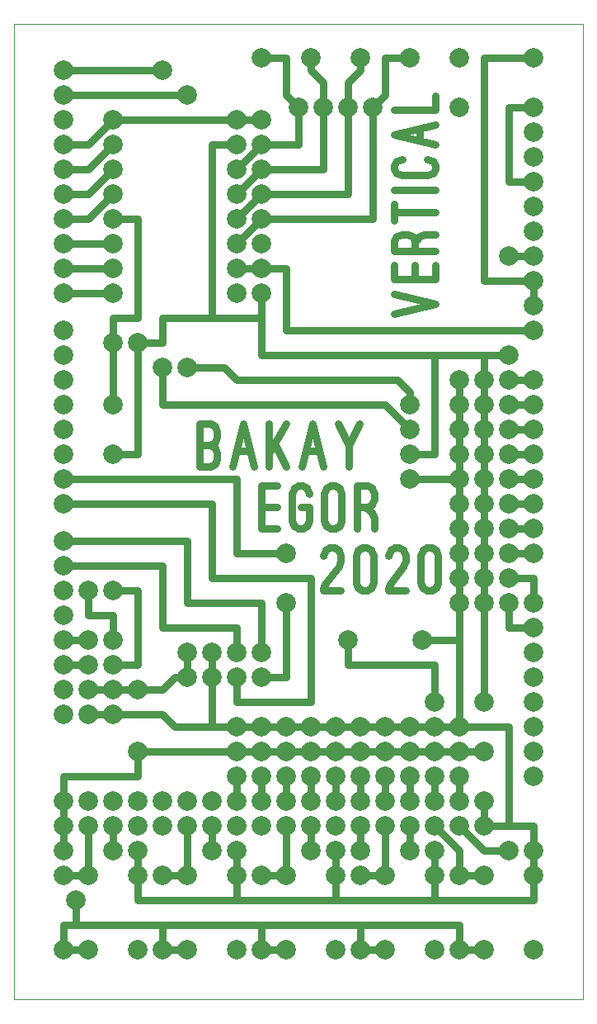
<source format=gbr>
%FSLAX34Y34*%
%MOMM*%
%LNSILK_TOP*%
G71*
G01*
%ADD10C, 0.00*%
%ADD11C, 2.00*%
%ADD12C, 0.80*%
%ADD13C, 0.79*%
%ADD14C, 0.75*%
%LPD*%
G54D10*
X0Y1000000D02*
X-584200Y1000000D01*
X-584200Y0D01*
X0Y0D01*
X0Y1000000D01*
X-76200Y635000D02*
G54D11*
D03*
X-76200Y609600D02*
G54D11*
D03*
X-76200Y584200D02*
G54D11*
D03*
X-76200Y558800D02*
G54D11*
D03*
X-76200Y533400D02*
G54D11*
D03*
X-76200Y508000D02*
G54D11*
D03*
X-76200Y482600D02*
G54D11*
D03*
X-76200Y457200D02*
G54D11*
D03*
X-76200Y431800D02*
G54D11*
D03*
X-76200Y406400D02*
G54D11*
D03*
X-101600Y406400D02*
G54D11*
D03*
X-127000Y406400D02*
G54D11*
D03*
X-127000Y431800D02*
G54D11*
D03*
X-101600Y431800D02*
G54D11*
D03*
X-101600Y457201D02*
G54D11*
D03*
X-127000Y457200D02*
G54D11*
D03*
X-127000Y482600D02*
G54D11*
D03*
X-101600Y482600D02*
G54D11*
D03*
X-101600Y508000D02*
G54D11*
D03*
X-127000Y508000D02*
G54D11*
D03*
X-127000Y533400D02*
G54D11*
D03*
X-101600Y533400D02*
G54D11*
D03*
X-101600Y558800D02*
G54D11*
D03*
X-127000Y558800D02*
G54D11*
D03*
X-127000Y584200D02*
G54D11*
D03*
X-101600Y584201D02*
G54D11*
D03*
X-101600Y609600D02*
G54D11*
D03*
X-127000Y609600D02*
G54D11*
D03*
X-127000Y635000D02*
G54D11*
D03*
X-101600Y635000D02*
G54D11*
D03*
X-50800Y889000D02*
G54D11*
D03*
X-50800Y863600D02*
G54D11*
D03*
X-50800Y838200D02*
G54D11*
D03*
X-50800Y812800D02*
G54D11*
D03*
X-50800Y787400D02*
G54D11*
D03*
X-50800Y762000D02*
G54D11*
D03*
X-50800Y736600D02*
G54D11*
D03*
X-50800Y711200D02*
G54D11*
D03*
X-50800Y685800D02*
G54D11*
D03*
X-50800Y635000D02*
G54D11*
D03*
X-50800Y609600D02*
G54D11*
D03*
X-50800Y584200D02*
G54D11*
D03*
X-50800Y558800D02*
G54D11*
D03*
X-50800Y533400D02*
G54D11*
D03*
X-50800Y508000D02*
G54D11*
D03*
X-533400Y508000D02*
G54D11*
D03*
X-533400Y533400D02*
G54D11*
D03*
X-533400Y558800D02*
G54D11*
D03*
X-533400Y584200D02*
G54D11*
D03*
X-533400Y609600D02*
G54D11*
D03*
X-533400Y635000D02*
G54D11*
D03*
X-533400Y660400D02*
G54D11*
D03*
X-533400Y685800D02*
G54D11*
D03*
X-533400Y723900D02*
G54D11*
D03*
X-533400Y749300D02*
G54D11*
D03*
X-533400Y774700D02*
G54D11*
D03*
X-533400Y800100D02*
G54D11*
D03*
X-533400Y825500D02*
G54D11*
D03*
X-533400Y850900D02*
G54D11*
D03*
X-533400Y876300D02*
G54D11*
D03*
X-533400Y901700D02*
G54D11*
D03*
X-533400Y927100D02*
G54D11*
D03*
X-533400Y952500D02*
G54D11*
D03*
X-50800Y482600D02*
G54D11*
D03*
X-50800Y457200D02*
G54D11*
D03*
X-533400Y292100D02*
G54D11*
D03*
X-533400Y317500D02*
G54D11*
D03*
X-533400Y342900D02*
G54D11*
D03*
X-533400Y368300D02*
G54D11*
D03*
X-533400Y393700D02*
G54D11*
D03*
X-533400Y419100D02*
G54D11*
D03*
X-533400Y444500D02*
G54D11*
D03*
X-533400Y469900D02*
G54D11*
D03*
X-50800Y406400D02*
G54D11*
D03*
X-50800Y381000D02*
G54D11*
D03*
X-50800Y355600D02*
G54D11*
D03*
X-50800Y330200D02*
G54D11*
D03*
X-50800Y304800D02*
G54D11*
D03*
X-50800Y279400D02*
G54D11*
D03*
X-50800Y254000D02*
G54D11*
D03*
X-50800Y228600D02*
G54D11*
D03*
X-101600Y203200D02*
G54D11*
D03*
X-101600Y177800D02*
G54D11*
D03*
X-533400Y203200D02*
G54D11*
D03*
X-533400Y177800D02*
G54D11*
D03*
X-508000Y177800D02*
G54D11*
D03*
X-482600Y177800D02*
G54D11*
D03*
X-457200Y177800D02*
G54D11*
D03*
X-431800Y177800D02*
G54D11*
D03*
X-406400Y177800D02*
G54D11*
D03*
X-381000Y177800D02*
G54D11*
D03*
X-355600Y177800D02*
G54D11*
D03*
X-330200Y177800D02*
G54D11*
D03*
X-304800Y177800D02*
G54D11*
D03*
X-279400Y177800D02*
G54D11*
D03*
X-254000Y177800D02*
G54D11*
D03*
X-228600Y177800D02*
G54D11*
D03*
X-203200Y177800D02*
G54D11*
D03*
X-177800Y177800D02*
G54D11*
D03*
X-152400Y177800D02*
G54D11*
D03*
X-127000Y177800D02*
G54D11*
D03*
X-127000Y203200D02*
G54D11*
D03*
X-152400Y203200D02*
G54D11*
D03*
X-177800Y203200D02*
G54D11*
D03*
X-203200Y203200D02*
G54D11*
D03*
X-228600Y203200D02*
G54D11*
D03*
X-254000Y203200D02*
G54D11*
D03*
X-279400Y203200D02*
G54D11*
D03*
X-304800Y203200D02*
G54D11*
D03*
X-330200Y203200D02*
G54D11*
D03*
X-355600Y203200D02*
G54D11*
D03*
X-381000Y203200D02*
G54D11*
D03*
X-406400Y203200D02*
G54D11*
D03*
X-431800Y203200D02*
G54D11*
D03*
X-457200Y203200D02*
G54D11*
D03*
X-482600Y203200D02*
G54D11*
D03*
X-508000Y203200D02*
G54D11*
D03*
G54D12*
X-101600Y635000D02*
X-101600Y406400D01*
G54D12*
X-127000Y406400D02*
X-127000Y635000D01*
X-127000Y228600D02*
G54D11*
D03*
X-152400Y228600D02*
G54D11*
D03*
X-177800Y228600D02*
G54D11*
D03*
X-203200Y228600D02*
G54D11*
D03*
X-228600Y228600D02*
G54D11*
D03*
X-254000Y228600D02*
G54D11*
D03*
X-279400Y228600D02*
G54D11*
D03*
X-304800Y228600D02*
G54D11*
D03*
X-330200Y228600D02*
G54D11*
D03*
X-355600Y228600D02*
G54D11*
D03*
X-355600Y254000D02*
G54D11*
D03*
X-355600Y279400D02*
G54D11*
D03*
X-330200Y279400D02*
G54D11*
D03*
X-330200Y254000D02*
G54D11*
D03*
X-304800Y254000D02*
G54D11*
D03*
X-304800Y279400D02*
G54D11*
D03*
X-279400Y279400D02*
G54D11*
D03*
X-279400Y254000D02*
G54D11*
D03*
X-254000Y254000D02*
G54D11*
D03*
X-254000Y279400D02*
G54D11*
D03*
X-228600Y279400D02*
G54D11*
D03*
X-228600Y254000D02*
G54D11*
D03*
X-203200Y254000D02*
G54D11*
D03*
X-203200Y279400D02*
G54D11*
D03*
X-177800Y279400D02*
G54D11*
D03*
X-177800Y254000D02*
G54D11*
D03*
X-152400Y254000D02*
G54D11*
D03*
X-152400Y279400D02*
G54D11*
D03*
X-127000Y279400D02*
G54D11*
D03*
X-127000Y254000D02*
G54D11*
D03*
G54D12*
X-127000Y254000D02*
X-355600Y254000D01*
G54D12*
X-355600Y279400D02*
X-127000Y279400D01*
G54D12*
X-76200Y635000D02*
X-50800Y635000D01*
G54D12*
X-76200Y609600D02*
X-50800Y609600D01*
G54D12*
X-76200Y584200D02*
X-50800Y584200D01*
G54D12*
X-76200Y558800D02*
X-50800Y558800D01*
G54D12*
X-76200Y533400D02*
X-50800Y533400D01*
G54D12*
X-76200Y508000D02*
X-50800Y508000D01*
G54D12*
X-76200Y482600D02*
X-50800Y482600D01*
G54D12*
X-76200Y457200D02*
X-50800Y457200D01*
G54D12*
X-76200Y431800D02*
X-50800Y431800D01*
X-50800Y406400D01*
G54D12*
X-76200Y406400D02*
X-76200Y381000D01*
X-50800Y381000D01*
G54D12*
X-127000Y406400D02*
X-127000Y279400D01*
X-76200Y279400D01*
X-76200Y177800D01*
X-101600Y177800D01*
G54D12*
X-127000Y279400D02*
X-76200Y279400D01*
X-76200Y177800D01*
X-101600Y177800D01*
G54D12*
X-127000Y228600D02*
X-127000Y203200D01*
G54D12*
X-152400Y228600D02*
X-152400Y203200D01*
G54D12*
X-177800Y228600D02*
X-177800Y203200D01*
G54D12*
X-203200Y228600D02*
X-203200Y203200D01*
G54D12*
X-228600Y228600D02*
X-228600Y203200D01*
G54D12*
X-254000Y228600D02*
X-254000Y203200D01*
G54D12*
X-279400Y228600D02*
X-279400Y203200D01*
G54D12*
X-304800Y228600D02*
X-304800Y203200D01*
G54D12*
X-330200Y228600D02*
X-330200Y203200D01*
G54D12*
X-355600Y228600D02*
X-355600Y203200D01*
G54D12*
X-50800Y685800D02*
X-304800Y685800D01*
X-304800Y749300D01*
X-330200Y749300D01*
G54D12*
X-50800Y711200D02*
X-50800Y736600D01*
X-50800Y711200D01*
X-127000Y965200D02*
G54D11*
D03*
X-50800Y965200D02*
G54D11*
D03*
X-127000Y914400D02*
G54D11*
D03*
X-50800Y914400D02*
G54D11*
D03*
G54D12*
X-50800Y838200D02*
X-76200Y838200D01*
X-76200Y914400D01*
X-50800Y914400D01*
X-50800Y127000D02*
G54D11*
D03*
X-50800Y50800D02*
G54D11*
D03*
X-101600Y127000D02*
G54D11*
D03*
X-101600Y50800D02*
G54D11*
D03*
X-127000Y50800D02*
G54D11*
D03*
X-127000Y127000D02*
G54D11*
D03*
G54D12*
X-127000Y127000D02*
X-101600Y127000D01*
G54D12*
X-127000Y50800D02*
X-127000Y76200D01*
G54D12*
X-127000Y50800D02*
X-101600Y50800D01*
G54D12*
X-50800Y127000D02*
X-50800Y101600D01*
G54D12*
X-127000Y127000D02*
X-127000Y152400D01*
X-152400Y127000D02*
G54D11*
D03*
X-152400Y50800D02*
G54D11*
D03*
X-203200Y127000D02*
G54D11*
D03*
X-203200Y50800D02*
G54D11*
D03*
X-228600Y50800D02*
G54D11*
D03*
X-228600Y127000D02*
G54D11*
D03*
G54D12*
X-228600Y127000D02*
X-203200Y127000D01*
G54D12*
X-228600Y50800D02*
X-228600Y76200D01*
G54D12*
X-228600Y50800D02*
X-203200Y50800D01*
G54D12*
X-152400Y127000D02*
X-152400Y101600D01*
G54D12*
X-203200Y127000D02*
X-203200Y152400D01*
X-254000Y127000D02*
G54D11*
D03*
X-254000Y50800D02*
G54D11*
D03*
X-304800Y127000D02*
G54D11*
D03*
X-304800Y50800D02*
G54D11*
D03*
X-330200Y50800D02*
G54D11*
D03*
X-330200Y127000D02*
G54D11*
D03*
G54D12*
X-330200Y127000D02*
X-304800Y127000D01*
G54D12*
X-330200Y50800D02*
X-330200Y76200D01*
G54D12*
X-330200Y50800D02*
X-304800Y50800D01*
G54D12*
X-254000Y127000D02*
X-254000Y101600D01*
G54D12*
X-304800Y127000D02*
X-304800Y152400D01*
X-355600Y127000D02*
G54D11*
D03*
X-355600Y50800D02*
G54D11*
D03*
X-406400Y127000D02*
G54D11*
D03*
X-406400Y50800D02*
G54D11*
D03*
X-431800Y50800D02*
G54D11*
D03*
X-431800Y127000D02*
G54D11*
D03*
G54D12*
X-431800Y127000D02*
X-406400Y127000D01*
G54D12*
X-431800Y50800D02*
X-431800Y76200D01*
G54D12*
X-431800Y50800D02*
X-406400Y50800D01*
G54D12*
X-355600Y127000D02*
X-355600Y101600D01*
G54D12*
X-406400Y127000D02*
X-406400Y152400D01*
X-457200Y127000D02*
G54D11*
D03*
X-457200Y50800D02*
G54D11*
D03*
X-508000Y127000D02*
G54D11*
D03*
X-508000Y50800D02*
G54D11*
D03*
X-533400Y50800D02*
G54D11*
D03*
X-533400Y127000D02*
G54D11*
D03*
G54D12*
X-533400Y127000D02*
X-508000Y127000D01*
G54D12*
X-533400Y50800D02*
X-533400Y76200D01*
G54D12*
X-533400Y50800D02*
X-508000Y50800D01*
G54D12*
X-457200Y127000D02*
X-457200Y101600D01*
G54D12*
X-508000Y127000D02*
X-508000Y152400D01*
G54D12*
X-457200Y101600D02*
X-50800Y101600D01*
G54D12*
X-127000Y76200D02*
X-533400Y76200D01*
G54D12*
X-127000Y152400D02*
X-152400Y177800D01*
G54D12*
X-203200Y152400D02*
X-203200Y177800D01*
G54D12*
X-304800Y152400D02*
X-304800Y177800D01*
G54D12*
X-508000Y152400D02*
X-508000Y177800D01*
G54D12*
X-406400Y152400D02*
X-406400Y177800D01*
G54D12*
X-101600Y177800D02*
X-50800Y177800D01*
X-50800Y127000D01*
X-50800Y152400D02*
G54D11*
D03*
X-76200Y152400D02*
G54D11*
D03*
G54D12*
X-127000Y177800D02*
X-101600Y152400D01*
X-76200Y152400D01*
X-152400Y152400D02*
G54D11*
D03*
X-177800Y152400D02*
G54D11*
D03*
X-254000Y152400D02*
G54D11*
D03*
X-279400Y152400D02*
G54D11*
D03*
X-355600Y152400D02*
G54D11*
D03*
X-381000Y152400D02*
G54D11*
D03*
X-457200Y152400D02*
G54D11*
D03*
X-482600Y152400D02*
G54D11*
D03*
G54D12*
X-152400Y127000D02*
X-152400Y152400D01*
G54D12*
X-254000Y127000D02*
X-254000Y152400D01*
G54D12*
X-355600Y127000D02*
X-355600Y152400D01*
G54D12*
X-457200Y127000D02*
X-457200Y152400D01*
G54D12*
X-482600Y152400D02*
X-482600Y177800D01*
G54D12*
X-381000Y152400D02*
X-381000Y177800D01*
G54D12*
X-279400Y152400D02*
X-279400Y177800D01*
G54D12*
X-177800Y152400D02*
X-177800Y177800D01*
X-533400Y152400D02*
G54D11*
D03*
G54D12*
X-533400Y177800D02*
X-533400Y203200D01*
X-533400Y152400D01*
X-520700Y101600D02*
G54D11*
D03*
G54D12*
X-520700Y76200D02*
X-520700Y101600D01*
G54D12*
X-101600Y203200D02*
X-101600Y177800D01*
G54D12*
X-127000Y254000D02*
X-101600Y254000D01*
G54D12*
X-101600Y406400D02*
X-101600Y304800D01*
X-101600Y304800D02*
G54D11*
D03*
X-101600Y254000D02*
G54D11*
D03*
G54D12*
X-533400Y203200D02*
X-533400Y228600D01*
X-457200Y228600D01*
X-457200Y254000D01*
X-355600Y254000D01*
G54D12*
X-228600Y177800D02*
X-228600Y152400D01*
X-228600Y152400D02*
G54D11*
D03*
X-165100Y368300D02*
G54D11*
D03*
X-241300Y368300D02*
G54D11*
D03*
G54D12*
X-165100Y368300D02*
X-127000Y368300D01*
G54D12*
X-241300Y368300D02*
X-241300Y342900D01*
X-152400Y342900D01*
X-152400Y304800D01*
X-152400Y304800D02*
G54D11*
D03*
X-482600Y723900D02*
G54D11*
D03*
X-355600Y723900D02*
G54D11*
D03*
X-330200Y723900D02*
G54D11*
D03*
X-330200Y749300D02*
G54D11*
D03*
X-355600Y749300D02*
G54D11*
D03*
X-355600Y774700D02*
G54D11*
D03*
X-330200Y774700D02*
G54D11*
D03*
X-330200Y800100D02*
G54D11*
D03*
X-355600Y800100D02*
G54D11*
D03*
X-355600Y825500D02*
G54D11*
D03*
X-330200Y825500D02*
G54D11*
D03*
X-330200Y850900D02*
G54D11*
D03*
X-330200Y876300D02*
G54D11*
D03*
X-330200Y901700D02*
G54D11*
D03*
X-355600Y901700D02*
G54D11*
D03*
X-355600Y876300D02*
G54D11*
D03*
X-355600Y850900D02*
G54D11*
D03*
X-482600Y749300D02*
G54D11*
D03*
X-482600Y774700D02*
G54D11*
D03*
X-482600Y800100D02*
G54D11*
D03*
X-482600Y825500D02*
G54D11*
D03*
X-482600Y850900D02*
G54D11*
D03*
X-482600Y876300D02*
G54D11*
D03*
X-482600Y901700D02*
G54D11*
D03*
G54D12*
X-330200Y876300D02*
X-355600Y850900D01*
G54D12*
X-330200Y850900D02*
X-355600Y825500D01*
G54D12*
X-330200Y825500D02*
X-355600Y800100D01*
G54D12*
X-330200Y800100D02*
X-355600Y774700D01*
G54D12*
X-355600Y749300D02*
X-330200Y749300D01*
X-457200Y254000D02*
G54D11*
D03*
G54D12*
X-330200Y901700D02*
X-355600Y901700D01*
G54D12*
X-355600Y876300D02*
X-381000Y876300D01*
X-381000Y698500D01*
X-330200Y698500D01*
X-330200Y723900D01*
X-508000Y292100D02*
G54D11*
D03*
X-508000Y317500D02*
G54D11*
D03*
X-508000Y342900D02*
G54D11*
D03*
X-508000Y368300D02*
G54D11*
D03*
G54D12*
X-508000Y342900D02*
X-533400Y342900D01*
G54D12*
X-508000Y368300D02*
X-533400Y368300D01*
X-482600Y342900D02*
G54D11*
D03*
X-482600Y368300D02*
G54D11*
D03*
X-482600Y317500D02*
G54D11*
D03*
G54D12*
X-482600Y368300D02*
X-482600Y393700D01*
X-508000Y393700D01*
G54D12*
X-482600Y342900D02*
X-457200Y342900D01*
X-457200Y419100D01*
X-482600Y419100D01*
X-508000Y419100D02*
G54D11*
D03*
X-482600Y419100D02*
G54D11*
D03*
X-482600Y292100D02*
G54D11*
D03*
G54D12*
X-508000Y317500D02*
X-482600Y317500D01*
G54D12*
X-508000Y292100D02*
X-482600Y292100D01*
X-457200Y317500D02*
G54D11*
D03*
G54D12*
X-482600Y317500D02*
X-457200Y317500D01*
G54D12*
X-482600Y800100D02*
X-457200Y800100D01*
G54D12*
X-50800Y965200D02*
X-101600Y965200D01*
G54D12*
X-482600Y292100D02*
X-431800Y292100D01*
X-419100Y279400D01*
X-355600Y279400D01*
G54D12*
X-508000Y393700D02*
X-508000Y419100D01*
X-330200Y330200D02*
G54D11*
D03*
X-355600Y330200D02*
G54D11*
D03*
X-381000Y330200D02*
G54D11*
D03*
X-406400Y330200D02*
G54D11*
D03*
X-406400Y355600D02*
G54D11*
D03*
X-381000Y355600D02*
G54D11*
D03*
X-355600Y355600D02*
G54D11*
D03*
X-330200Y355600D02*
G54D11*
D03*
G54D12*
X-381000Y279400D02*
X-381000Y330200D01*
G54D12*
X-457200Y317500D02*
X-431800Y317500D01*
X-419100Y330200D01*
X-406400Y330200D01*
G54D12*
X-406400Y330200D02*
X-406400Y355600D01*
G54D12*
X-381000Y330200D02*
X-381000Y355600D01*
G54D12*
X-533400Y444500D02*
X-431800Y444500D01*
X-431800Y381000D01*
X-355600Y381000D01*
X-355600Y355600D01*
G54D12*
X-533400Y469900D02*
X-406400Y469900D01*
X-406400Y406400D01*
X-330200Y406400D01*
X-330200Y355600D01*
G54D12*
X-533400Y508000D02*
X-381000Y508000D01*
X-381000Y431800D01*
X-279400Y431800D01*
X-279400Y304800D01*
X-355600Y304800D01*
X-355600Y330200D01*
G54D12*
X-330200Y330200D02*
X-304800Y330200D01*
X-304800Y406400D01*
X-304800Y406400D02*
G54D11*
D03*
X-304800Y457200D02*
G54D11*
D03*
G54D12*
X-533400Y533400D02*
X-355600Y533400D01*
X-355600Y457200D01*
X-304800Y457200D01*
X-177800Y965200D02*
G54D11*
D03*
X-228600Y965200D02*
G54D11*
D03*
X-279400Y965200D02*
G54D11*
D03*
X-330200Y965200D02*
G54D11*
D03*
X-177800Y609600D02*
G54D11*
D03*
X-177800Y584200D02*
G54D11*
D03*
X-177800Y558801D02*
G54D11*
D03*
X-177800Y533400D02*
G54D11*
D03*
G54D12*
X-177800Y533400D02*
X-127001Y533400D01*
G54D12*
X-177800Y558801D02*
X-152400Y558800D01*
X-152400Y660400D01*
X-101600Y660400D01*
X-101600Y635000D01*
G54D12*
X-533400Y800100D02*
X-508000Y800100D01*
X-482600Y825500D01*
G54D12*
X-533400Y825500D02*
X-508000Y825500D01*
X-482600Y850900D01*
G54D12*
X-533400Y850900D02*
X-508000Y850900D01*
X-482600Y876300D01*
X-406400Y927100D02*
G54D11*
D03*
X-431800Y952500D02*
G54D11*
D03*
X-406400Y647700D02*
G54D11*
D03*
X-431800Y647700D02*
G54D11*
D03*
G54D12*
X-431800Y952500D02*
X-533400Y952500D01*
G54D12*
X-406400Y927100D02*
X-533400Y927100D01*
G54D12*
X-533400Y723900D02*
X-482600Y723900D01*
G54D12*
X-482600Y749300D02*
X-533400Y749300D01*
G54D12*
X-533400Y774700D02*
X-482600Y774700D01*
G54D12*
X-533400Y876300D02*
X-508000Y876300D01*
X-482600Y901700D01*
X-482600Y558800D02*
G54D11*
D03*
X-482600Y609600D02*
G54D11*
D03*
X-482600Y673100D02*
G54D11*
D03*
X-457200Y673100D02*
G54D11*
D03*
G54D12*
X-457200Y800100D02*
X-457200Y698500D01*
X-482600Y698500D01*
X-482600Y609600D01*
G54D12*
X-381000Y698500D02*
X-431800Y698500D01*
X-431800Y673100D01*
X-457200Y673100D01*
X-457200Y558800D01*
X-482600Y558800D01*
G54D12*
X-330200Y698500D02*
X-330200Y660400D01*
X-152400Y660400D01*
G54D12*
X-482600Y901700D02*
X-355600Y901700D01*
G54D12*
X-406400Y647700D02*
X-368300Y647700D01*
X-355600Y635000D01*
X-190500Y635000D01*
X-177800Y622300D01*
G54D12*
X-431800Y647700D02*
X-431800Y609600D01*
X-203200Y609600D01*
X-177800Y584200D01*
X-76200Y660400D02*
G54D11*
D03*
X-76200Y762000D02*
G54D11*
D03*
G54D12*
X-76200Y762000D02*
X-50800Y762000D01*
X-241300Y914400D02*
G54D11*
D03*
X-266700Y914400D02*
G54D11*
D03*
X-292100Y914400D02*
G54D11*
D03*
X-215900Y914400D02*
G54D11*
D03*
G54D12*
X-279400Y965200D02*
X-279400Y952500D01*
X-266700Y939800D01*
X-266700Y914400D01*
G54D12*
X-292100Y914400D02*
X-304800Y927100D01*
X-304800Y965200D01*
X-330200Y965200D01*
G54D12*
X-241300Y914400D02*
X-241300Y939800D01*
X-228600Y952500D01*
X-228600Y965200D01*
G54D12*
X-215900Y914400D02*
X-203200Y927100D01*
X-203200Y965200D01*
X-177800Y965200D01*
G54D12*
X-330200Y876300D02*
X-292100Y876300D01*
X-292100Y914400D01*
G54D12*
X-330200Y850900D02*
X-266700Y850900D01*
X-266700Y914400D01*
G54D12*
X-330200Y825500D02*
X-241300Y825500D01*
X-241300Y914400D01*
G54D12*
X-330200Y800100D02*
X-215900Y800100D01*
X-215900Y914400D01*
G54D12*
X-101600Y660400D02*
X-76200Y660400D01*
G54D12*
X-101600Y965200D02*
X-101600Y736600D01*
X-50800Y736600D01*
G54D13*
X-393701Y546099D02*
X-393701Y590544D01*
X-382590Y590544D01*
X-378145Y587766D01*
X-375923Y582211D01*
X-375923Y576655D01*
X-378145Y571099D01*
X-382590Y568322D01*
X-378145Y565544D01*
X-375923Y559988D01*
X-375923Y554433D01*
X-378145Y548877D01*
X-382590Y546099D01*
X-393701Y546099D01*
G54D13*
X-393701Y568322D02*
X-382590Y568322D01*
G54D13*
X-360367Y546099D02*
X-349256Y590544D01*
X-338144Y546100D01*
G54D13*
X-355922Y562766D02*
X-342589Y562766D01*
G54D13*
X-322589Y546099D02*
X-322589Y590544D01*
G54D13*
X-322589Y559988D02*
X-304811Y590544D01*
G54D13*
X-315922Y568322D02*
X-304811Y546099D01*
G54D13*
X-289255Y546099D02*
X-278144Y590544D01*
X-267032Y546099D01*
G54D13*
X-284810Y562766D02*
X-271477Y562766D01*
G54D13*
X-251477Y590544D02*
X-240366Y568322D01*
X-240366Y546099D01*
G54D13*
X-240366Y568322D02*
X-229254Y590544D01*
G54D13*
X-314644Y482600D02*
X-330200Y482600D01*
X-330200Y527044D01*
X-314644Y527044D01*
G54D13*
X-330200Y504822D02*
X-314644Y504822D01*
G54D13*
X-290199Y504822D02*
X-281310Y504822D01*
X-281310Y490933D01*
X-283532Y485378D01*
X-287977Y482600D01*
X-292421Y482600D01*
X-296866Y485378D01*
X-299088Y490933D01*
X-299088Y518711D01*
X-296866Y524267D01*
X-292421Y527044D01*
X-287977Y527044D01*
X-283532Y524267D01*
X-281310Y518711D01*
G54D13*
X-247976Y518711D02*
X-247976Y490933D01*
X-250198Y485378D01*
X-254643Y482600D01*
X-259087Y482600D01*
X-263532Y485378D01*
X-265754Y490933D01*
X-265754Y518711D01*
X-263532Y524267D01*
X-259087Y527044D01*
X-254643Y527044D01*
X-250198Y524267D01*
X-247976Y518711D01*
G54D13*
X-223531Y504822D02*
X-216864Y499267D01*
X-214642Y493711D01*
X-214642Y482600D01*
G54D13*
X-232420Y482600D02*
X-232420Y527044D01*
X-221309Y527044D01*
X-216864Y524267D01*
X-214642Y518711D01*
X-214642Y513156D01*
X-216864Y507600D01*
X-221309Y504822D01*
X-232420Y504822D01*
G54D14*
X-193891Y702974D02*
X-152113Y713419D01*
X-193891Y723863D01*
G54D14*
X-152113Y753108D02*
X-152113Y738485D01*
X-193891Y738485D01*
X-193891Y753108D01*
G54D14*
X-173002Y738485D02*
X-173002Y753108D01*
G54D14*
X-173002Y776085D02*
X-167779Y782352D01*
X-162557Y784441D01*
X-152113Y784441D01*
G54D14*
X-152113Y767729D02*
X-193891Y767729D01*
X-193891Y778174D01*
X-191279Y782352D01*
X-186057Y784441D01*
X-180835Y784441D01*
X-175613Y782352D01*
X-173002Y778174D01*
X-173002Y767729D01*
G54D14*
X-152113Y807418D02*
X-193891Y807418D01*
G54D14*
X-193891Y799062D02*
X-193891Y815774D01*
G54D14*
X-152113Y830395D02*
X-193891Y830395D01*
G54D14*
X-159946Y861729D02*
X-154724Y859640D01*
X-152113Y855462D01*
X-152113Y851284D01*
X-154724Y847106D01*
X-159946Y845017D01*
X-186057Y845017D01*
X-191279Y847106D01*
X-193891Y851284D01*
X-193891Y855462D01*
X-191279Y859640D01*
X-186057Y861729D01*
G54D14*
X-152113Y876350D02*
X-193891Y886795D01*
X-152113Y897239D01*
G54D14*
X-167779Y880528D02*
X-167779Y893062D01*
G54D14*
X-193891Y911861D02*
X-152113Y911861D01*
X-152113Y926484D01*
G54D13*
X-248922Y419100D02*
X-266700Y419100D01*
X-266700Y421878D01*
X-264478Y427433D01*
X-251144Y444100D01*
X-248922Y449656D01*
X-248922Y455211D01*
X-251144Y460767D01*
X-255589Y463544D01*
X-260033Y463544D01*
X-264478Y460767D01*
X-266700Y455211D01*
G54D13*
X-215588Y455211D02*
X-215588Y427433D01*
X-217810Y421878D01*
X-222255Y419100D01*
X-226699Y419100D01*
X-231144Y421878D01*
X-233366Y427433D01*
X-233366Y455211D01*
X-231144Y460767D01*
X-226699Y463544D01*
X-222255Y463544D01*
X-217810Y460767D01*
X-215588Y455211D01*
G54D13*
X-182254Y419100D02*
X-200032Y419100D01*
X-200032Y421878D01*
X-197810Y427433D01*
X-184476Y444100D01*
X-182254Y449656D01*
X-182254Y455211D01*
X-184476Y460767D01*
X-188921Y463544D01*
X-193365Y463544D01*
X-197810Y460767D01*
X-200032Y455211D01*
G54D13*
X-148920Y455211D02*
X-148920Y427433D01*
X-151142Y421878D01*
X-155587Y419100D01*
X-160031Y419100D01*
X-164476Y421878D01*
X-166698Y427433D01*
X-166698Y455211D01*
X-164476Y460767D01*
X-160031Y463544D01*
X-155587Y463544D01*
X-151142Y460767D01*
X-148920Y455211D01*
G54D12*
X-177800Y622300D02*
X-177800Y609600D01*
M02*

</source>
